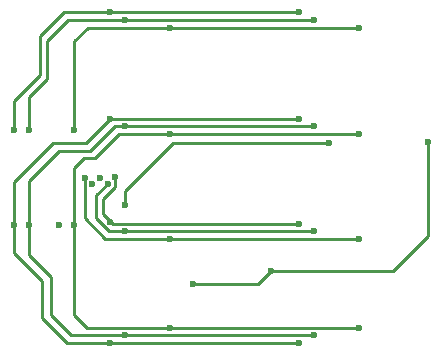
<source format=gbl>
G04 #@! TF.FileFunction,Copper,L2,Bot,Signal*
%FSLAX46Y46*%
G04 Gerber Fmt 4.6, Leading zero omitted, Abs format (unit mm)*
G04 Created by KiCad (PCBNEW 4.0.2-stable) date 10/06/2016 14:43:14*
%MOMM*%
G01*
G04 APERTURE LIST*
%ADD10C,0.100000*%
%ADD11C,0.600000*%
%ADD12C,0.250000*%
G04 APERTURE END LIST*
D10*
D11*
X-610000Y19000000D03*
X7538880Y9800000D03*
X23538880Y27700000D03*
X7538880Y27700000D03*
X23538880Y9800000D03*
X300000Y15000000D03*
X23538880Y18700000D03*
X7538880Y18700000D03*
X23538880Y2300000D03*
X7538880Y2300000D03*
X-610000Y11000000D03*
X-1880000Y11000000D03*
X20998880Y17950000D03*
X3700000Y12700003D03*
X19728880Y10450000D03*
X3728880Y10450000D03*
X2250000Y14500000D03*
X19728880Y28350000D03*
X3728880Y28350000D03*
X-4420000Y19000000D03*
X19728880Y19350000D03*
X3728880Y19350000D03*
X19728880Y1650000D03*
X3728880Y1650000D03*
X-4420000Y11000000D03*
X18458880Y11100000D03*
X2458880Y11250000D03*
X2875010Y15038139D03*
X18450000Y29000000D03*
X2458880Y29000000D03*
X-5690000Y19000000D03*
X18458880Y20000000D03*
X2458880Y20000000D03*
X18458880Y1000000D03*
X2458880Y1000000D03*
X-5690000Y11000000D03*
X29350000Y18000000D03*
X16091949Y7091949D03*
X1610173Y14990650D03*
X9500000Y6000000D03*
X950000Y14500000D03*
D12*
X550000Y27700000D02*
X7550000Y27700000D01*
X7550000Y27700000D02*
X23550000Y27700000D01*
X-610000Y26540000D02*
X550000Y27700000D01*
X-610000Y19000000D02*
X-610000Y26540000D01*
X7550000Y9800000D02*
X23550000Y9800000D01*
X2050000Y9800000D02*
X7550000Y9800000D01*
X300000Y11550000D02*
X2050000Y9800000D01*
X300000Y15000000D02*
X300000Y11550000D01*
X7550000Y18700000D02*
X3200000Y18700000D01*
X23600000Y18700000D02*
X7550000Y18700000D01*
X3200000Y18700000D02*
X1150000Y16650000D01*
X1150000Y16650000D02*
X200000Y16650000D01*
X-610000Y15840000D02*
X-610000Y11000000D01*
X200000Y16650000D02*
X-610000Y15840000D01*
X23538880Y2300000D02*
X7538880Y2300000D01*
X450000Y2300000D02*
X1500000Y2300000D01*
X1500000Y2300000D02*
X7538880Y2300000D01*
X-610000Y11000000D02*
X-610000Y3360000D01*
X-610000Y3360000D02*
X450000Y2300000D01*
X3700000Y12700003D02*
X3700000Y13886118D01*
X3700000Y13886118D02*
X7763882Y17950000D01*
X7763882Y17950000D02*
X20998880Y17950000D01*
X3700000Y10450000D02*
X19700000Y10450000D01*
X3000000Y10450000D02*
X3700000Y10450000D01*
X1250000Y11550000D02*
X2350000Y10450000D01*
X2350000Y10450000D02*
X3000000Y10450000D01*
X1250000Y13500000D02*
X1250000Y11550000D01*
X2250000Y14500000D02*
X1250000Y13500000D01*
X19750000Y28350000D02*
X3750000Y28350000D01*
X3750000Y28350000D02*
X-1150000Y28350000D01*
X-1150000Y28350000D02*
X-2900000Y26600000D01*
X-2900000Y23350000D02*
X-4420000Y21830000D01*
X-4420000Y21830000D02*
X-4420000Y19000000D01*
X-2900000Y26600000D02*
X-2900000Y23350000D01*
X3750000Y19350000D02*
X19700000Y19350000D01*
X2850000Y19350000D02*
X3750000Y19350000D01*
X750000Y17250000D02*
X-1850000Y17250000D01*
X2850000Y19350000D02*
X750000Y17250000D01*
X-4420000Y14680000D02*
X-1850000Y17250000D01*
X-4420000Y11000000D02*
X-4420000Y14680000D01*
X19728880Y1650000D02*
X18183878Y1650000D01*
X18183878Y1650000D02*
X3728880Y1650000D01*
X-850000Y1650000D02*
X3750000Y1650000D01*
X-2550000Y3350000D02*
X-850000Y1650000D01*
X-2550000Y3500000D02*
X-2550000Y3350000D01*
X-2550000Y6600000D02*
X-2550000Y3500000D01*
X-4420000Y8470000D02*
X-2550000Y6600000D01*
X-4420000Y11000000D02*
X-4420000Y8470000D01*
X2500000Y11250000D02*
X2650000Y11100000D01*
X1850000Y11900000D02*
X2500000Y11250000D01*
X3300010Y11100000D02*
X3450000Y11100000D01*
X3450000Y11100000D02*
X18450000Y11100000D01*
X2650000Y11100000D02*
X3450000Y11100000D01*
X1850000Y13174998D02*
X1850000Y11900000D01*
X2875010Y15038139D02*
X2875010Y14200008D01*
X2875010Y14200008D02*
X1850000Y13174998D01*
X-1500000Y29000000D02*
X2450000Y29000000D01*
X2450000Y29000000D02*
X18450000Y29000000D01*
X-3500000Y27000000D02*
X-1500000Y29000000D01*
X-3500000Y23700000D02*
X-3500000Y27000000D01*
X-5690000Y21510000D02*
X-3500000Y23700000D01*
X-5690000Y19000000D02*
X-5690000Y21510000D01*
X2450000Y20000000D02*
X18450000Y20000000D01*
X400000Y17950000D02*
X2450000Y20000000D01*
X-2400000Y17950000D02*
X400000Y17950000D01*
X-5690000Y14660000D02*
X-2400000Y17950000D01*
X-5690000Y11000000D02*
X-5690000Y14660000D01*
X2458880Y1000000D02*
X18458880Y1000000D01*
X-1250000Y1000000D02*
X2500000Y1000000D01*
X-3350000Y3100000D02*
X-1250000Y1000000D01*
X-3350000Y6250000D02*
X-3350000Y3100000D01*
X-5690000Y8590000D02*
X-3350000Y6250000D01*
X-5690000Y11000000D02*
X-5690000Y8590000D01*
X29350000Y10050000D02*
X29350000Y18000000D01*
X26391949Y7091949D02*
X29350000Y10050000D01*
X16091949Y7091949D02*
X26391949Y7091949D01*
X16091949Y7091949D02*
X15000000Y6000000D01*
X15000000Y6000000D02*
X9500000Y6000000D01*
M02*

</source>
